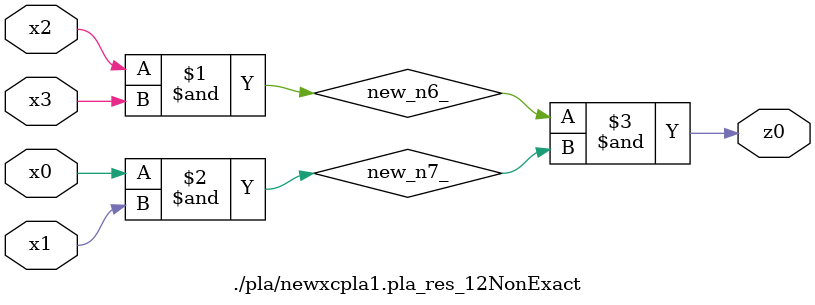
<source format=v>

module \./pla/newxcpla1.pla_res_12NonExact  ( 
    x0, x1, x2, x3,
    z0  );
  input  x0, x1, x2, x3;
  output z0;
  wire new_n6_, new_n7_;
  assign new_n6_ = x2 & x3;
  assign new_n7_ = x0 & x1;
  assign z0 = new_n6_ & new_n7_;
endmodule



</source>
